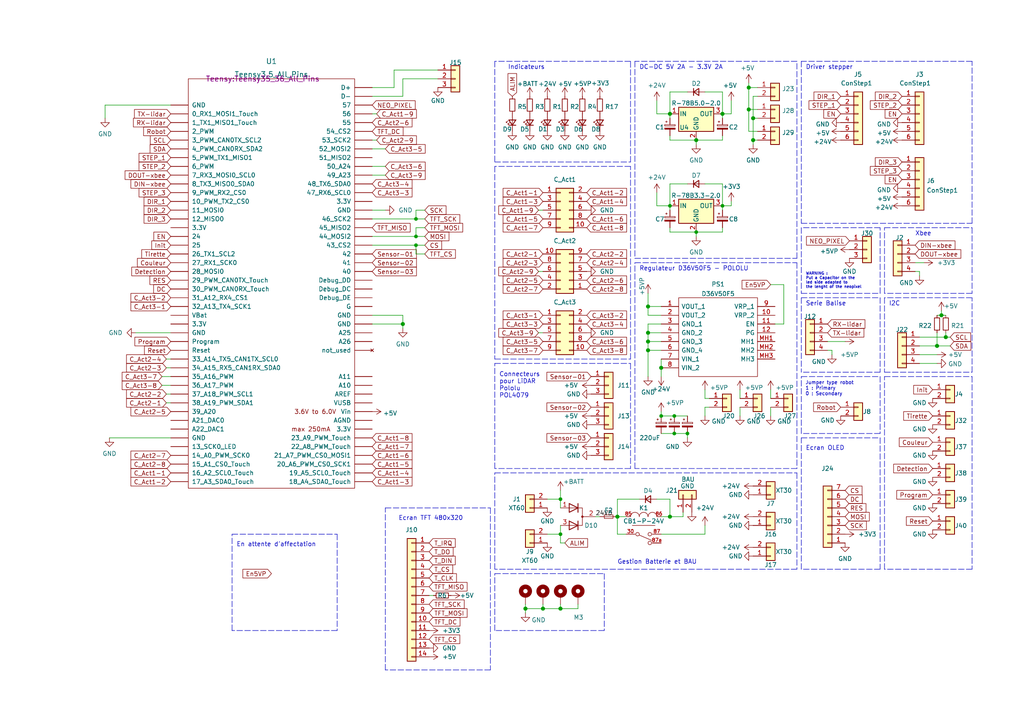
<source format=kicad_sch>
(kicad_sch (version 20211123) (generator eeschema)
  (paper "A4")
  (junction (at 194.31 59.69))
  (junction (at 187.96 99.06) (diameter 1.016))
  (junction (at 187.96 88.9) (diameter 1.016))
  (junction (at 218.44 34.29) (diameter 1.016))
  (junction (at 162.56 144.78))
  (junction (at 271.78 100.33) (diameter 1.016))
  (junction (at 120.65 71.12))
  (junction (at 218.44 40.64) (diameter 1.016))
  (junction (at 273.05 91.44) (diameter 1.016))
  (junction (at 201.93 67.31))
  (junction (at 116.84 93.98) (diameter 1.016))
  (junction (at 120.65 68.58))
  (junction (at 191.77 120.65))
  (junction (at 217.17 31.75) (diameter 1.016))
  (junction (at 191.77 106.68) (diameter 1.016))
  (junction (at 195.58 125.73))
  (junction (at 217.17 25.4) (diameter 1.016))
  (junction (at 194.31 33.02) (diameter 1.016))
  (junction (at 179.07 149.86) (diameter 1.016))
  (junction (at 194.31 149.86) (diameter 1.016))
  (junction (at 162.56 176.53) (diameter 1.016))
  (junction (at 157.48 176.53) (diameter 1.016))
  (junction (at 209.55 59.69))
  (junction (at 187.96 101.6) (diameter 1.016))
  (junction (at 209.55 33.02) (diameter 1.016))
  (junction (at 195.58 120.65))
  (junction (at 199.39 125.73))
  (junction (at 201.93 40.64) (diameter 1.016))
  (junction (at 120.65 63.5))
  (junction (at 187.96 96.52) (diameter 1.016))
  (junction (at 152.4 176.53) (diameter 1.016))
  (junction (at 162.56 154.94))
  (junction (at 274.32 97.79) (diameter 1.016))
  (polyline (pts (xy 281.94 109.22) (xy 281.94 165.1)) (stroke (width 0) (type dash)))
  (wire (pts (xy 204.47 26.67) (xy 209.55 26.67)))
  (wire (pts (xy 209.55 26.67) (xy 209.55 33.02)))
  (polyline (pts (xy 143.51 105.41) (xy 182.88 105.41)) (stroke (width 0) (type dash)))
  (wire (pts (xy 107.95 93.98) (xy 116.84 93.98)))
  (wire (pts (xy 209.55 67.31) (xy 209.55 66.04)))
  (wire (pts (xy 48.26 104.14) (xy 49.53 104.14)))
  (wire (pts (xy 209.55 33.02) (xy 209.55 34.29)))
  (wire (pts (xy 190.5 29.21) (xy 190.5 33.02)))
  (polyline (pts (xy 111.76 147.32) (xy 142.24 147.32)) (stroke (width 0) (type dash)))
  (wire (pts (xy 39.37 96.52) (xy 49.53 96.52)))
  (polyline (pts (xy 111.76 194.31) (xy 111.76 147.32)) (stroke (width 0) (type dash)))
  (wire (pts (xy 179.07 154.94) (xy 181.61 154.94)))
  (wire (pts (xy 209.55 59.69) (xy 209.55 60.96)))
  (wire (pts (xy 120.65 60.96) (xy 120.65 63.5)))
  (wire (pts (xy 109.22 40.64) (xy 107.95 40.64)))
  (polyline (pts (xy 231.14 135.89) (xy 184.15 135.89)) (stroke (width 0) (type dash)))
  (wire (pts (xy 187.96 93.98) (xy 191.77 93.98)))
  (wire (pts (xy 187.96 96.52) (xy 187.96 93.98)))
  (wire (pts (xy 187.96 99.06) (xy 187.96 96.52)))
  (wire (pts (xy 187.96 101.6) (xy 187.96 99.06)))
  (wire (pts (xy 187.96 109.22) (xy 187.96 101.6)))
  (wire (pts (xy 191.77 125.73) (xy 195.58 125.73)))
  (wire (pts (xy 195.58 120.65) (xy 199.39 120.65)))
  (wire (pts (xy 187.96 96.52) (xy 191.77 96.52)))
  (polyline (pts (xy 255.27 125.73) (xy 232.41 125.73)) (stroke (width 0) (type dash)))
  (polyline (pts (xy 175.26 182.88) (xy 143.51 182.88)) (stroke (width 0) (type dash)))
  (wire (pts (xy 123.19 63.5) (xy 120.65 63.5)))
  (wire (pts (xy 223.52 113.03) (xy 223.52 115.57)))
  (wire (pts (xy 271.78 100.33) (xy 275.59 100.33)))
  (wire (pts (xy 116.84 95.25) (xy 116.84 93.98)))
  (polyline (pts (xy 231.14 76.2) (xy 231.14 135.89)) (stroke (width 0) (type dash)))
  (polyline (pts (xy 143.51 48.26) (xy 143.51 104.14)) (stroke (width 0) (type dash)))
  (wire (pts (xy 187.96 99.06) (xy 191.77 99.06)))
  (wire (pts (xy 191.77 120.65) (xy 195.58 120.65)))
  (wire (pts (xy 158.75 154.94) (xy 162.56 154.94)))
  (wire (pts (xy 266.7 102.87) (xy 271.78 102.87)))
  (wire (pts (xy 214.63 118.11) (xy 214.63 120.65)))
  (polyline (pts (xy 182.88 105.41) (xy 182.88 135.89)) (stroke (width 0) (type dash)))
  (wire (pts (xy 194.31 66.04) (xy 194.31 67.31)))
  (wire (pts (xy 46.99 109.22) (xy 49.53 109.22)))
  (wire (pts (xy 48.26 116.84) (xy 49.53 116.84)))
  (wire (pts (xy 274.32 96.52) (xy 274.32 97.79)))
  (wire (pts (xy 162.56 175.26) (xy 162.56 176.53)))
  (polyline (pts (xy 232.41 125.73) (xy 232.41 109.22)) (stroke (width 0) (type dash)))
  (wire (pts (xy 217.17 25.4) (xy 217.17 24.13)))
  (wire (pts (xy 219.71 25.4) (xy 217.17 25.4)))
  (wire (pts (xy 191.77 154.94) (xy 204.47 154.94)))
  (wire (pts (xy 204.47 120.65) (xy 204.47 118.11)))
  (wire (pts (xy 204.47 118.11) (xy 205.74 118.11)))
  (wire (pts (xy 212.09 59.69) (xy 209.55 59.69)))
  (wire (pts (xy 114.3 20.32) (xy 127 20.32)))
  (wire (pts (xy 223.52 118.11) (xy 223.52 120.65)))
  (wire (pts (xy 198.12 148.59) (xy 198.12 149.86)))
  (wire (pts (xy 198.12 149.86) (xy 194.31 149.86)))
  (wire (pts (xy 116.84 27.94) (xy 116.84 22.86)))
  (wire (pts (xy 194.31 33.02) (xy 194.31 34.29)))
  (wire (pts (xy 191.77 119.38) (xy 191.77 120.65)))
  (wire (pts (xy 109.22 33.02) (xy 107.95 33.02)))
  (wire (pts (xy 194.31 39.37) (xy 194.31 40.64)))
  (wire (pts (xy 194.31 40.64) (xy 201.93 40.64)))
  (polyline (pts (xy 182.88 135.89) (xy 143.51 135.89)) (stroke (width 0) (type dash)))
  (wire (pts (xy 116.84 22.86) (xy 127 22.86)))
  (polyline (pts (xy 67.31 182.88) (xy 67.31 154.94)) (stroke (width 0) (type dash)))
  (wire (pts (xy 195.58 125.73) (xy 199.39 125.73)))
  (wire (pts (xy 194.31 67.31) (xy 201.93 67.31)))
  (wire (pts (xy 209.55 53.34) (xy 209.55 59.69)))
  (polyline (pts (xy 255.27 85.09) (xy 255.27 66.04)) (stroke (width 0) (type dash)))
  (polyline (pts (xy 232.41 109.22) (xy 255.27 109.22)) (stroke (width 0) (type dash)))
  (polyline (pts (xy 232.41 127) (xy 255.27 127)) (stroke (width 0) (type dash)))
  (wire (pts (xy 218.44 40.64) (xy 219.71 40.64)))
  (wire (pts (xy 120.65 68.58) (xy 107.95 68.58)))
  (polyline (pts (xy 143.51 166.37) (xy 175.26 166.37)) (stroke (width 0) (type dash)))
  (polyline (pts (xy 143.51 135.89) (xy 143.51 105.41)) (stroke (width 0) (type dash)))
  (wire (pts (xy 157.48 175.26) (xy 157.48 176.53)))
  (polyline (pts (xy 256.54 85.09) (xy 256.54 66.04)) (stroke (width 0) (type dash)))
  (wire (pts (xy 111.76 43.18) (xy 107.95 43.18)))
  (polyline (pts (xy 232.41 165.1) (xy 232.41 127)) (stroke (width 0) (type dash)))
  (wire (pts (xy 266.7 105.41) (xy 271.78 105.41)))
  (wire (pts (xy 204.47 115.57) (xy 204.47 113.03)))
  (wire (pts (xy 205.74 115.57) (xy 204.47 115.57)))
  (polyline (pts (xy 182.88 46.99) (xy 182.88 17.78)) (stroke (width 0) (type dash)))
  (wire (pts (xy 173.99 149.86) (xy 172.72 149.86)))
  (wire (pts (xy 201.93 67.31) (xy 201.93 68.58)))
  (wire (pts (xy 123.19 66.04) (xy 120.65 66.04)))
  (wire (pts (xy 219.71 38.1) (xy 217.17 38.1)))
  (wire (pts (xy 217.17 38.1) (xy 217.17 31.75)))
  (polyline (pts (xy 184.15 135.89) (xy 184.15 76.2)) (stroke (width 0) (type dash)))
  (wire (pts (xy 201.93 40.64) (xy 201.93 41.91)))
  (polyline (pts (xy 142.24 194.31) (xy 111.76 194.31)) (stroke (width 0) (type dash)))
  (wire (pts (xy 273.05 90.17) (xy 273.05 91.44)))
  (polyline (pts (xy 256.54 66.04) (xy 281.94 66.04)) (stroke (width 0) (type dash)))
  (polyline (pts (xy 232.41 85.09) (xy 255.27 85.09)) (stroke (width 0) (type dash)))
  (wire (pts (xy 179.07 154.94) (xy 179.07 149.86)))
  (wire (pts (xy 212.09 58.42) (xy 212.09 59.69)))
  (wire (pts (xy 107.95 27.94) (xy 116.84 27.94)))
  (wire (pts (xy 114.3 25.4) (xy 114.3 20.32)))
  (wire (pts (xy 190.5 59.69) (xy 194.31 59.69)))
  (polyline (pts (xy 184.15 76.2) (xy 231.14 76.2)) (stroke (width 0) (type dash)))
  (wire (pts (xy 123.19 73.66) (xy 120.65 73.66)))
  (polyline (pts (xy 231.14 17.78) (xy 184.15 17.78)) (stroke (width 0) (type dash)))
  (polyline (pts (xy 231.14 74.93) (xy 231.14 17.78)) (stroke (width 0) (type dash)))
  (polyline (pts (xy 184.15 74.93) (xy 231.14 74.93)) (stroke (width 0) (type dash)))
  (polyline (pts (xy 184.15 17.78) (xy 184.15 74.93)) (stroke (width 0) (type dash)))
  (wire (pts (xy 201.93 67.31) (xy 209.55 67.31)))
  (wire (pts (xy 199.39 53.34) (xy 194.31 53.34)))
  (wire (pts (xy 107.95 91.44) (xy 116.84 91.44)))
  (wire (pts (xy 116.84 91.44) (xy 116.84 93.98)))
  (wire (pts (xy 266.7 78.74) (xy 266.7 80.01)))
  (wire (pts (xy 187.96 91.44) (xy 187.96 88.9)))
  (wire (pts (xy 191.77 91.44) (xy 187.96 91.44)))
  (wire (pts (xy 30.48 30.48) (xy 49.53 30.48)))
  (wire (pts (xy 240.03 99.06) (xy 245.11 99.06)))
  (wire (pts (xy 120.65 73.66) (xy 120.65 71.12)))
  (wire (pts (xy 107.95 71.12) (xy 120.65 71.12)))
  (wire (pts (xy 218.44 34.29) (xy 219.71 34.29)))
  (wire (pts (xy 107.95 25.4) (xy 114.3 25.4)))
  (polyline (pts (xy 142.24 147.32) (xy 142.24 194.31)) (stroke (width 0) (type dash)))
  (wire (pts (xy 162.56 144.78) (xy 162.56 147.32)))
  (wire (pts (xy 46.99 111.76) (xy 49.53 111.76)))
  (wire (pts (xy 190.5 33.02) (xy 194.31 33.02)))
  (wire (pts (xy 194.31 53.34) (xy 194.31 59.69)))
  (wire (pts (xy 209.55 39.37) (xy 209.55 40.64)))
  (wire (pts (xy 209.55 40.64) (xy 201.93 40.64)))
  (polyline (pts (xy 232.41 86.36) (xy 232.41 107.95)) (stroke (width 0) (type dash)))
  (polyline (pts (xy 255.27 86.36) (xy 255.27 107.95)) (stroke (width 0) (type dash)))
  (polyline (pts (xy 232.41 86.36) (xy 255.27 86.36)) (stroke (width 0) (type dash)))
  (polyline (pts (xy 255.27 107.95) (xy 232.41 107.95)) (stroke (width 0) (type dash)))
  (wire (pts (xy 266.7 100.33) (xy 271.78 100.33)))
  (wire (pts (xy 31.75 127) (xy 49.53 127)))
  (wire (pts (xy 271.78 96.52) (xy 271.78 100.33)))
  (wire (pts (xy 190.5 144.78) (xy 194.31 144.78)))
  (wire (pts (xy 204.47 154.94) (xy 204.47 152.4)))
  (wire (pts (xy 187.96 88.9) (xy 187.96 85.09)))
  (wire (pts (xy 191.77 88.9) (xy 187.96 88.9)))
  (polyline (pts (xy 143.51 17.78) (xy 143.51 46.99)) (stroke (width 0) (type dash)))
  (polyline (pts (xy 67.31 154.94) (xy 97.79 154.94)) (stroke (width 0) (type dash)))
  (polyline (pts (xy 143.51 165.1) (xy 143.51 137.16)) (stroke (width 0) (type dash)))
  (polyline (pts (xy 231.14 137.16) (xy 231.14 165.1)) (stroke (width 0) (type dash)))
  (polyline (pts (xy 143.51 137.16) (xy 231.14 137.16)) (stroke (width 0) (type dash)))
  (polyline (pts (xy 231.14 165.1) (xy 143.51 165.1)) (stroke (width 0) (type dash)))
  (wire (pts (xy 111.76 50.8) (xy 107.95 50.8)))
  (polyline (pts (xy 182.88 48.26) (xy 143.51 48.26)) (stroke (width 0) (type dash)))
  (wire (pts (xy 271.78 91.44) (xy 273.05 91.44)))
  (wire (pts (xy 273.05 91.44) (xy 274.32 91.44)))
  (wire (pts (xy 162.56 154.94) (xy 162.56 152.4)))
  (wire (pts (xy 156.21 60.96) (xy 157.48 60.96)))
  (wire (pts (xy 123.19 60.96) (xy 120.65 60.96)))
  (wire (pts (xy 199.39 26.67) (xy 194.31 26.67)))
  (wire (pts (xy 194.31 26.67) (xy 194.31 33.02)))
  (wire (pts (xy 212.09 29.21) (xy 212.09 33.02)))
  (wire (pts (xy 212.09 33.02) (xy 209.55 33.02)))
  (wire (pts (xy 199.39 125.73) (xy 199.39 127)))
  (wire (pts (xy 181.61 149.86) (xy 179.07 149.86)))
  (wire (pts (xy 194.31 144.78) (xy 194.31 149.86)))
  (wire (pts (xy 125.73 172.72) (xy 124.46 172.72)))
  (wire (pts (xy 179.07 149.86) (xy 179.07 144.78)))
  (wire (pts (xy 179.07 144.78) (xy 185.42 144.78)))
  (polyline (pts (xy 255.27 66.04) (xy 232.41 66.04)) (stroke (width 0) (type dash)))
  (wire (pts (xy 123.19 68.58) (xy 120.65 68.58)))
  (polyline (pts (xy 143.51 104.14) (xy 182.88 104.14)) (stroke (width 0) (type dash)))
  (wire (pts (xy 217.17 31.75) (xy 217.17 25.4)))
  (wire (pts (xy 219.71 31.75) (xy 217.17 31.75)))
  (wire (pts (xy 240.03 101.6) (xy 241.3 101.6)))
  (wire (pts (xy 241.3 101.6) (xy 241.3 102.87)))
  (wire (pts (xy 120.65 66.04) (xy 120.65 68.58)))
  (wire (pts (xy 111.76 48.26) (xy 107.95 48.26)))
  (wire (pts (xy 48.26 114.3) (xy 49.53 114.3)))
  (polyline (pts (xy 255.27 127) (xy 255.27 165.1)) (stroke (width 0) (type dash)))
  (wire (pts (xy 190.5 55.88) (xy 190.5 59.69)))
  (wire (pts (xy 191.77 106.68) (xy 191.77 109.22)))
  (polyline (pts (xy 255.27 109.22) (xy 255.27 125.73)) (stroke (width 0) (type dash)))
  (wire (pts (xy 107.95 60.96) (xy 111.76 60.96)))
  (wire (pts (xy 162.56 142.24) (xy 162.56 144.78)))
  (polyline (pts (xy 281.94 165.1) (xy 256.54 165.1)) (stroke (width 0) (type dash)))
  (polyline (pts (xy 281.94 85.09) (xy 256.54 85.09)) (stroke (width 0) (type dash)))
  (wire (pts (xy 162.56 157.48) (xy 162.56 154.94)))
  (wire (pts (xy 48.26 106.68) (xy 49.53 106.68)))
  (wire (pts (xy 187.96 101.6) (xy 191.77 101.6)))
  (polyline (pts (xy 143.51 46.99) (xy 182.88 46.99)) (stroke (width 0) (type dash)))
  (polyline (pts (xy 232.41 66.04) (xy 232.41 85.09)) (stroke (width 0) (type dash)))
  (wire (pts (xy 265.43 76.2) (xy 267.97 76.2)))
  (wire (pts (xy 191.77 104.14) (xy 191.77 106.68)))
  (polyline (pts (xy 97.79 154.94) (xy 97.79 182.88)) (stroke (width 0) (type dash)))
  (wire (pts (xy 123.19 71.12) (xy 120.65 71.12)))
  (polyline (pts (xy 256.54 109.22) (xy 281.94 109.22)) (stroke (width 0) (type dash)))
  (polyline (pts (xy 281.94 66.04) (xy 281.94 85.09)) (stroke (width 0) (type dash)))
  (polyline (pts (xy 143.51 182.88) (xy 143.51 166.37)) (stroke (width 0) (type dash)))
  (polyline (pts (xy 182.88 104.14) (xy 182.88 48.26)) (stroke (width 0) (type dash)))
  (wire (pts (xy 194.31 59.69) (xy 194.31 60.96)))
  (wire (pts (xy 214.63 113.03) (xy 214.63 115.57)))
  (polyline (pts (xy 182.88 17.78) (xy 143.51 17.78)) (stroke (width 0) (type dash)))
  (polyline (pts (xy 255.27 165.1) (xy 232.41 165.1)) (stroke (width 0) (type dash)))
  (polyline (pts (xy 281.94 107.95) (xy 281.94 86.36)) (stroke (width 0) (type dash)))
  (polyline (pts (xy 256.54 107.95) (xy 281.94 107.95)) (stroke (width 0) (type dash)))
  (polyline (pts (xy 281.94 86.36) (xy 256.54 86.36)) (stroke (width 0) (type dash)))
  (polyline (pts (xy 256.54 86.36) (xy 256.54 107.95)) (stroke (width 0) (type dash)))
  (wire (pts (xy 274.32 97.79) (xy 275.59 97.79)))
  (wire (pts (xy 266.7 97.79) (xy 274.32 97.79)))
  (wire (pts (xy 265.43 78.74) (xy 266.7 78.74)))
  (polyline (pts (xy 232.41 17.78) (xy 232.41 64.77)) (stroke (width 0) (type dash)))
  (polyline (pts (xy 232.41 64.77) (xy 281.94 64.77)) (stroke (width 0) (type dash)))
  (polyline (pts (xy 281.94 64.77) (xy 281.94 17.78)) (stroke (width 0) (type dash)))
  (polyline (pts (xy 281.94 17.78) (xy 232.41 17.78)) (stroke (width 0) (type dash)))
  (polyline (pts (xy 175.26 166.37) (xy 175.26 182.88)) (stroke (width 0) (type dash)))
  (wire (pts (xy 156.21 96.52) (xy 157.48 96.52)))
  (wire (pts (xy 157.48 176.53) (xy 152.4 176.53)))
  (wire (pts (xy 167.64 175.26) (xy 167.64 176.53)))
  (wire (pts (xy 167.64 176.53) (xy 162.56 176.53)))
  (wire (pts (xy 162.56 176.53) (xy 157.48 176.53)))
  (wire (pts (xy 158.75 144.78) (xy 162.56 144.78)))
  (polyline (pts (xy 256.54 165.1) (xy 256.54 109.22)) (stroke (width 0) (type dash)))
  (wire (pts (xy 152.4 175.26) (xy 152.4 176.53)))
  (wire (pts (xy 152.4 176.53) (xy 152.4 177.8)))
  (wire (pts (xy 204.47 53.34) (xy 209.55 53.34)))
  (wire (pts (xy 163.83 157.48) (xy 162.56 157.48)))
  (polyline (pts (xy 97.79 182.88) (xy 67.31 182.88)) (stroke (width 0) (type dash)))
  (wire (pts (xy 191.77 149.86) (xy 194.31 149.86)))
  (wire (pts (xy 156.21 78.74) (xy 157.48 78.74)))
  (wire (pts (xy 218.44 27.94) (xy 218.44 34.29)))
  (wire (pts (xy 219.71 27.94) (xy 218.44 27.94)))
  (wire (pts (xy 218.44 34.29) (xy 218.44 40.64)))
  (wire (pts (xy 218.44 40.64) (xy 218.44 41.91)))
  (wire (pts (xy 120.65 63.5) (xy 107.95 63.5)))
  (wire (pts (xy 30.48 30.48) (xy 30.48 34.29)))
  (wire (pts (xy 224.79 93.98) (xy 227.33 93.98)))
  (wire (pts (xy 227.33 82.55) (xy 223.52 82.55)))
  (wire (pts (xy 227.33 93.98) (xy 227.33 82.55)))
  (text "Gestion Batterie et BAU" (at 179.07 163.83 0) (effects (font (size 1.27 1.27)) (justify left bottom)))
  (text "Ecran OLED" (at 233.68 130.81 0) (effects (font (size 1.27 1.27)) (justify left bottom)))
  (text "WARNING :\nPut a Capacitor on the \nled side adapted to \nthe lenght of the neopixel" (at 233.68 83.82 0) (effects (font (size 0.8 0.8)) (justify left bottom)))
  (text "Serie Balise" (at 233.68 88.9 0) (effects (font (size 1.27 1.27)) (justify left bottom)))
  (text "Connecteurs\npour LiDAR\nPololu\nPOL4079" (at 144.78 115.57 0) (effects (font (size 1.27 1.27)) (justify left bottom)))
  (text "Jumper type robot\n1 : Primary\n0 : Secondary" (at 233.5618 114.9408 0) (effects (font (size 1 1)) (justify left bottom)))
  (text "En attente d'affectation" (at 68.58 158.75 0) (effects (font (size 1.27 1.27)) (justify left bottom)))
  (text "Driver stepper" (at 233.68 20.32 0) (effects (font (size 1.27 1.27)) (justify left bottom)))
  (text "Xbee" (at 265.43 68.58 0) (effects (font (size 1.27 1.27)) (justify left bottom)))
  (text "Ecran TFT 480x320" (at 115.57 151.13 0) (effects (font (size 1.27 1.27)) (justify left bottom)))
  (text "DC-DC 5V 2A - 3.3V 2A" (at 185.42 20.32 0) (effects (font (size 1.27 1.27)) (justify left bottom)))
  (text "Regulateur D36V50F5 - POLOLU" (at 185.42 78.74 0) (effects (font (size 1.27 1.27)) (justify left bottom)))
  (text "Indicateurs" (at 147.32 20.32 0) (effects (font (size 1.27 1.27)) (justify left bottom)))
  (text "I2C" (at 257.81 88.9 0) (effects (font (size 1.27 1.27)) (justify left bottom)))
  (label "24VD" (at 172.72 149.86 0))
  (global_label "C_Act3-2" (shape input) (at 170.18 91.44 0) (property "Intersheet References" "${INTERSHEET_REFS}" (effects hide)))
  (global_label "C_Act2-3" (shape input) (at 48.26 106.68 180) (property "Intersheet References" "${INTERSHEET_REFS}" (effects hide)))
  (global_label "C_Act3-8" (shape input) (at 46.99 111.76 180) (property "Intersheet References" "${INTERSHEET_REFS}" (effects hide)))
  (global_label "RES" (shape input) (at 49.53 81.28 180) (property "Intersheet References" "${INTERSHEET_REFS}" (effects hide)))
  (global_label "C_Act2-7" (shape input) (at 49.53 132.08 180) (property "Intersheet References" "${INTERSHEET_REFS}" (effects hide)))
  (global_label "C_Act1-7" (shape input) (at 157.48 66.04 180) (property "Intersheet References" "${INTERSHEET_REFS}" (effects hide)))
  (global_label "DIR_3" (shape input) (at 261.62 46.99 180) (property "Intersheet References" "${INTERSHEET_REFS}" (effects hide)))
  (global_label "Init" (shape input) (at 49.53 71.12 180) (property "Intersheet References" "${INTERSHEET_REFS}" (effects hide)))
  (global_label "Program" (shape input) (at 49.53 99.06 180) (property "Intersheet References" "${INTERSHEET_REFS}" (effects hide)))
  (global_label "C_Act3-3" (shape input) (at 107.95 55.88 0) (property "Intersheet References" "${INTERSHEET_REFS}" (effects hide)))
  (global_label "C_Act2-5" (shape input) (at 157.48 81.28 180) (property "Intersheet References" "${INTERSHEET_REFS}" (effects hide)))
  (global_label "ALIM" (shape input) (at 163.83 157.48 0) (property "Intersheet References" "${INTERSHEET_REFS}" (effects hide)))
  (global_label "DOUT-xbee" (shape input) (at 265.43 73.66 0) (property "Intersheet References" "${INTERSHEET_REFS}" (effects hide)))
  (global_label "SCL" (shape input) (at 275.59 97.79 0) (property "Intersheet References" "${INTERSHEET_REFS}" (effects hide)))
  (global_label "DOUT-xbee" (shape input) (at 49.53 50.8 180) (property "Intersheet References" "${INTERSHEET_REFS}" (effects hide)))
  (global_label "Tirette" (shape input) (at 270.51 120.65 180) (property "Intersheet References" "${INTERSHEET_REFS}" (effects hide)))
  (global_label "SDA" (shape input) (at 49.53 43.18 180) (property "Intersheet References" "${INTERSHEET_REFS}" (effects hide)))
  (global_label "Detection" (shape input) (at 49.53 78.74 180) (property "Intersheet References" "${INTERSHEET_REFS}" (effects hide)))
  (global_label "STEP_2" (shape input) (at 49.53 48.26 180) (property "Intersheet References" "${INTERSHEET_REFS}" (effects hide)))
  (global_label "C_Act2-9" (shape input) (at 156.21 78.74 180) (property "Intersheet References" "${INTERSHEET_REFS}" (effects hide)))
  (global_label "SCL" (shape input) (at 49.53 40.64 180) (property "Intersheet References" "${INTERSHEET_REFS}" (effects hide)))
  (global_label "C_Act2-8" (shape input) (at 170.18 83.82 0) (property "Intersheet References" "${INTERSHEET_REFS}" (effects hide)))
  (global_label "CS" (shape input) (at 245.11 142.24 0) (property "Intersheet References" "${INTERSHEET_REFS}" (effects hide)))
  (global_label "Robot" (shape input) (at 243.84 118.11 180) (property "Intersheet References" "${INTERSHEET_REFS}" (effects hide)))
  (global_label "C_Act1-5" (shape input) (at 157.48 63.5 180) (property "Intersheet References" "${INTERSHEET_REFS}" (effects hide)))
  (global_label "Init" (shape input) (at 270.51 113.03 180) (property "Intersheet References" "${INTERSHEET_REFS}" (effects hide)))
  (global_label "C_Act2-2" (shape input) (at 48.26 114.3 180) (property "Intersheet References" "${INTERSHEET_REFS}" (effects hide)))
  (global_label "DIN-xbee" (shape input) (at 265.43 71.12 0) (property "Intersheet References" "${INTERSHEET_REFS}" (effects hide)))
  (global_label "MOSI" (shape input) (at 123.19 68.58 0) (property "Intersheet References" "${INTERSHEET_REFS}" (effects hide)))
  (global_label "C_Act2-8" (shape input) (at 49.53 134.62 180) (property "Intersheet References" "${INTERSHEET_REFS}" (effects hide)))
  (global_label "SCK" (shape input) (at 123.19 60.96 0) (property "Intersheet References" "${INTERSHEET_REFS}" (effects hide)))
  (global_label "SDA" (shape input) (at 275.59 100.33 0) (property "Intersheet References" "${INTERSHEET_REFS}" (effects hide)))
  (global_label "TFT_MOSI" (shape input) (at 123.19 66.04 0) (property "Intersheet References" "${INTERSHEET_REFS}" (effects hide)))
  (global_label "C_Act1-5" (shape input) (at 107.95 134.62 0) (property "Intersheet References" "${INTERSHEET_REFS}" (effects hide)))
  (global_label "RX-lidar" (shape input) (at 49.53 35.56 180) (property "Intersheet References" "${INTERSHEET_REFS}" (effects hide)))
  (global_label "Reset" (shape input) (at 270.51 151.13 180) (property "Intersheet References" "${INTERSHEET_REFS}" (effects hide)))
  (global_label "T_IRQ" (shape input) (at 124.46 157.48 0) (property "Intersheet References" "${INTERSHEET_REFS}" (effects hide)))
  (global_label "C_Act1-1" (shape input) (at 157.48 55.88 180) (property "Intersheet References" "${INTERSHEET_REFS}" (effects hide)))
  (global_label "RES" (shape input) (at 245.11 147.32 0) (property "Intersheet References" "${INTERSHEET_REFS}" (effects hide)))
  (global_label "DIR_3" (shape input) (at 49.53 63.5 180) (property "Intersheet References" "${INTERSHEET_REFS}" (effects hide)))
  (global_label "MOSI" (shape input) (at 245.11 149.86 0) (property "Intersheet References" "${INTERSHEET_REFS}" (effects hide)))
  (global_label "Sensor-01" (shape input) (at 171.45 109.22 180) (property "Intersheet References" "${INTERSHEET_REFS}" (effects hide)))
  (global_label "C_Act1-3" (shape input) (at 107.95 139.7 0) (property "Intersheet References" "${INTERSHEET_REFS}" (effects hide)))
  (global_label "C_Act2-7" (shape input) (at 157.48 83.82 180) (property "Intersheet References" "${INTERSHEET_REFS}" (effects hide)))
  (global_label "C_Act1-6" (shape input) (at 170.18 63.5 0) (property "Intersheet References" "${INTERSHEET_REFS}" (effects hide)))
  (global_label "STEP_1" (shape input) (at 243.84 30.48 180) (property "Intersheet References" "${INTERSHEET_REFS}" (effects hide)))
  (global_label "EN" (shape input) (at 49.53 68.58 180) (property "Intersheet References" "${INTERSHEET_REFS}" (effects hide)))
  (global_label "Couleur" (shape input) (at 49.53 76.2 180) (property "Intersheet References" "${INTERSHEET_REFS}" (effects hide)))
  (global_label "DIR_2" (shape input) (at 261.62 27.94 180) (property "Intersheet References" "${INTERSHEET_REFS}" (effects hide)))
  (global_label "TFT_MISO" (shape input) (at 124.46 170.18 0) (property "Intersheet References" "${INTERSHEET_REFS}" (effects hide)))
  (global_label "EN" (shape input) (at 243.84 33.02 180) (property "Intersheet References" "${INTERSHEET_REFS}" (effects hide)))
  (global_label "C_Act3-4" (shape input) (at 170.18 93.98 0) (property "Intersheet References" "${INTERSHEET_REFS}" (effects hide)))
  (global_label "C_Act1-3" (shape input) (at 157.48 58.42 180) (property "Intersheet References" "${INTERSHEET_REFS}" (effects hide)))
  (global_label "C_Act3-5" (shape input) (at 157.48 99.06 180) (property "Intersheet References" "${INTERSHEET_REFS}" (effects hide)))
  (global_label "C_Act1-9" (shape input) (at 156.21 60.96 180) (property "Intersheet References" "${INTERSHEET_REFS}" (effects hide)))
  (global_label "STEP_3" (shape input) (at 261.62 49.53 180) (property "Intersheet References" "${INTERSHEET_REFS}" (effects hide)))
  (global_label "C_Act1-4" (shape input) (at 170.18 58.42 0) (property "Intersheet References" "${INTERSHEET_REFS}" (effects hide)))
  (global_label "C_Act3-9" (shape input) (at 111.76 50.8 0) (property "Intersheet References" "${INTERSHEET_REFS}" (effects hide)))
  (global_label "C_Act2-4" (shape input) (at 170.18 76.2 0) (property "Intersheet References" "${INTERSHEET_REFS}" (effects hide)))
  (global_label "TFT_SCK" (shape input) (at 124.46 175.26 0) (property "Intersheet References" "${INTERSHEET_REFS}" (effects hide)))
  (global_label "CS" (shape input) (at 123.19 71.12 0) (property "Intersheet References" "${INTERSHEET_REFS}" (effects hide)))
  (global_label "C_Act3-4" (shape input) (at 107.95 53.34 0) (property "Intersheet References" "${INTERSHEET_REFS}" (effects hide)))
  (global_label "TFT_DC" (shape input) (at 124.46 180.34 0) (property "Intersheet References" "${INTERSHEET_REFS}" (effects hide)))
  (global_label "DIR_1" (shape input) (at 49.53 58.42 180) (property "Intersheet References" "${INTERSHEET_REFS}" (effects hide)))
  (global_label "Sensor-02" (shape input) (at 107.95 76.2 0) (property "Intersheet References" "${INTERSHEET_REFS}" (effects hide)))
  (global_label "T_CS" (shape input) (at 124.46 165.1 0) (property "Intersheet References" "${INTERSHEET_REFS}" (effects hide)))
  (global_label "Sensor-03" (shape input) (at 171.45 127 180) (property "Intersheet References" "${INTERSHEET_REFS}" (effects hide)))
  (global_label "Robot" (shape input) (at 49.53 38.1 180) (property "Intersheet References" "${INTERSHEET_REFS}" (effects hide)))
  (global_label "C_Act1-8" (shape input) (at 170.18 66.04 0) (property "Intersheet References" "${INTERSHEET_REFS}" (effects hide)))
  (global_label "TFT_DC" (shape input) (at 107.95 38.1 0) (property "Intersheet References" "${INTERSHEET_REFS}" (effects hide)))
  (global_label "C_Act3-6" (shape input) (at 170.18 99.06 0) (property "Intersheet References" "${INTERSHEET_REFS}" (effects hide)))
  (global_label "DIN-xbee" (shape input) (at 49.53 53.34 180) (property "Intersheet References" "${INTERSHEET_REFS}" (effects hide)))
  (global_label "C_Act1-7" (shape input) (at 107.95 129.54 0) (property "Intersheet References" "${INTERSHEET_REFS}" (effects hide)))
  (global_label "Detection" (shape input) (at 270.51 135.89 180) (property "Intersheet References" "${INTERSHEET_REFS}" (effects hide)))
  (global_label "TX-lidar" (shape input) (at 49.53 33.02 180) (property "Intersheet References" "${INTERSHEET_REFS}" (effects hide)))
  (global_label "DC" (shape input) (at 49.53 83.82 180) (property "Intersheet References" "${INTERSHEET_REFS}" (effects hide)))
  (global_label "TFT_CS" (shape input) (at 124.46 185.42 0) (property "Intersheet References" "${INTERSHEET_REFS}" (effects hide)))
  (global_label "Reset" (shape input) (at 49.53 101.6 180) (property "Intersheet References" "${INTERSHEET_REFS}" (effects hide)))
  (global_label "STEP_2" (shape input) (at 261.62 30.48 180) (property "Intersheet References" "${INTERSHEET_REFS}" (effects hide)))
  (global_label "STEP_1" (shape input) (at 49.53 45.72 180) (property "Intersheet References" "${INTERSHEET_REFS}" (effects hide)))
  (global_label "SCK" (shape input) (at 245.11 152.4 0) (property "Intersheet References" "${INTERSHEET_REFS}" (effects hide)))
  (global_label "DIR_2" (shape input) (at 49.53 60.96 180) (property "Intersheet References" "${INTERSHEET_REFS}" (effects hide)))
  (global_label "Program" (shape input) (at 270.51 143.51 180) (property "Intersheet References" "${INTERSHEET_REFS}" (effects hide)))
  (global_label "C_Act3-6" (shape input) (at 111.76 48.26 0) (property "Intersheet References" "${INTERSHEET_REFS}" (effects hide)))
  (global_label "NEO_PIXEL" (shape input) (at 246.38 69.85 180) (property "Intersheet References" "${INTERSHEET_REFS}" (effects hide)))
  (global_label "STEP_3" (shape input) (at 49.53 55.88 180) (property "Intersheet References" "${INTERSHEET_REFS}" (effects hide)))
  (global_label "C_Act1-4" (shape input) (at 107.95 137.16 0) (property "Intersheet References" "${INTERSHEET_REFS}" (effects hide)))
  (global_label "C_Act1-6" (shape input) (at 107.95 132.08 0) (property "Intersheet References" "${INTERSHEET_REFS}" (effects hide)))
  (global_label "C_Act3-7" (shape input) (at 46.99 109.22 180) (property "Intersheet References" "${INTERSHEET_REFS}" (effects hide)))
  (global_label "C_Act2-3" (shape input) (at 157.48 76.2 180) (property "Intersheet References" "${INTERSHEET_REFS}" (effects hide)))
  (global_label "C_Act2-4" (shape input) (at 48.26 104.14 180) (property "Intersheet References" "${INTERSHEET_REFS}" (effects hide)))
  (global_label "C_Act3-1" (shape input) (at 49.53 88.9 180) (property "Intersheet References" "${INTERSHEET_REFS}" (effects hide)))
  (global_label "C_Act1-9" (shape input) (at 109.22 33.02 0) (property "Intersheet References" "${INTERSHEET_REFS}" (effects hide)))
  (global_label "Sensor-01" (shape input) (at 107.95 73.66 0) (property "Intersheet References" "${INTERSHEET_REFS}" (effects hide)))
  (global_label "T_DIN" (shape input) (at 124.46 162.56 0) (property "Intersheet References" "${INTERSHEET_REFS}" (effects hide)))
  (global_label "TFT_MISO" (shape input) (at 107.95 66.04 0) (property "Intersheet References" "${INTERSHEET_REFS}" (effects hide)))
  (global_label "C_Act1-2" (shape input) (at 49.53 139.7 180) (property "Intersheet References" "${INTERSHEET_REFS}" (effects hide)))
  (global_label "C_Act3-7" (shape input) (at 157.48 101.6 180) (property "Intersheet References" "${INTERSHEET_REFS}" (effects hide)))
  (global_label "T_CLK" (shape input) (at 124.46 167.64 0) (property "Intersheet References" "${INTERSHEET_REFS}" (effects hide)))
  (global_label "RX-lidar" (shape input) (at 240.03 93.98 0) (property "Intersheet References" "${INTERSHEET_REFS}" (effects hide)))
  (global_label "DIR_1" (shape input) (at 243.84 27.94 180) (property "Intersheet References" "${INTERSHEET_REFS}" (effects hide)))
  (global_label "Sensor-02" (shape input) (at 171.45 118.11 180) (property "Intersheet References" "${INTERSHEET_REFS}" (effects hide)))
  (global_label "TFT_SCK" (shape input) (at 123.19 63.5 0) (property "Intersheet References" "${INTERSHEET_REFS}" (effects hide)))
  (global_label "Couleur" (shape input) (at 270.51 128.27 180) (property "Intersheet References" "${INTERSHEET_REFS}" (effects hide)))
  (global_label "C_Act3-2" (shape input) (at 49.53 86.36 180) (property "Intersheet References" "${INTERSHEET_REFS}" (effects hide)))
  (global_label "C_Act1-2" (shape input) (at 170.18 55.88 0) (property "Intersheet References" "${INTERSHEET_REFS}" (effects hide)))
  (global_label "C_Act1-8" (shape input) (at 107.95 127 0) (property "Intersheet References" "${INTERSHEET_REFS}" (effects hide)))
  (global_label "En5VP" (shape input) (at 223.52 82.55 180) (property "Intersheet References" "${INTERSHEET_REFS}" (effects hide)))
  (global_label "C_Act3-3" (shape input) (at 157.48 93.98 180) (property "Intersheet References" "${INTERSHEET_REFS}" (effects hide)))
  (global_label "TX-lidar" (shape input) (at 240.03 96.52 0) (property "Intersheet References" "${INTERSHEET_REFS}" (effects hide)))
  (global_label "EN" (shape input) (at 261.62 52.07 180) (property "Intersheet References" "${INTERSHEET_REFS}" (effects hide)))
  (global_label "C_Act2-2" (shape input) (at 170.18 73.66 0) (property "Intersheet References" "${INTERSHEET_REFS}" (effects hide)))
  (global_label "EN" (shape input) (at 261.62 33.02 180) (property "Intersheet References" "${INTERSHEET_REFS}" (effects hide)))
  (global_label "C_Act3-5" (shape input) (at 111.76 43.18 0) (property "Intersheet References" "${INTERSHEET_REFS}" (effects hide)))
  (global_label "C_Act1-1" (shape input) (at 49.53 137.16 180) (property "Intersheet References" "${INTERSHEET_REFS}" (effects hide)))
  (global_label "DC" (shape input) (at 245.11 144.78 0) (property "Intersheet References" "${INTERSHEET_REFS}" (effects hide)))
  (global_label "En5VP" (shape input) (at 78.74 166.37 180) (property "Intersheet References" "${INTERSHEET_REFS}" (effects hide)))
  (global_label "C_Act2-6" (shape input) (at 170.18 81.28 0) (property "Intersheet References" "${INTERSHEET_REFS}" (effects hide)))
  (global_label "C_Act2-5" (shape input) (at 49.53 119.38 180) (property "Intersheet References" "${INTERSHEET_REFS}" (effects hide)))
  (global_label "Sensor-03" (shape input) (at 107.95 78.74 0) (property "Intersheet References" "${INTERSHEET_REFS}" (effects hide)))
  (global_label "Tirette" (shape input) (at 49.53 73.66 180) (property "Intersheet References" "${INTERSHEET_REFS}" (effects hide)))
  (global_label "TFT_MOSI" (shape input) (at 124.46 177.8 0) (property "Intersheet References" "${INTERSHEET_REFS}" (effects hide)))
  (global_label "NEO_PIXEL" (shape input) (at 107.95 30.48 0) (property "Intersheet References" "${INTERSHEET_REFS}" (effects hide)))
  (global_label "C_Act2-1" (shape input) (at 48.26 116.84 180) (property "Intersheet References" "${INTERSHEET_REFS}" (effects hide)))
  (global_label "C_Act2-9" (shape input) (at 109.22 40.64 0) (property "Intersheet References" "${INTERSHEET_REFS}" (effects hide)))
  (global_label "C_Act3-8" (shape input) (at 170.18 101.6 0) (property "Intersheet References" "${INTERSHEET_REFS}" (effects hide)))
  (global_label "C_Act3-1" (shape input) (at 157.48 91.44 180) (property "Intersheet References" "${INTERSHEET_REFS}" (effects hide)))
  (global_label "C_Act2-1" (shape input) (at 157.48 73.66 180) (property "Intersheet References" "${INTERSHEET_REFS}" (effects hide)))
  (global_label "ALIM" (shape input) (at 148.59 27.94 90) (property "Intersheet References" "${INTERSHEET_REFS}" (effects hide)))
  (global_label "T_DO" (shape input) (at 124.46 160.02 0) (property "Intersheet References" "${INTERSHEET_REFS}" (effects hide)))
  (global_label "TFT_CS" (shape input) (at 123.19 73.66 0) (property "Intersheet References" "${INTERSHEET_REFS}" (effects hide)))
  (global_label "C_Act3-9" (shape input) (at 156.21 96.52 180) (property "Intersheet References" "${INTERSHEET_REFS}" (effects hide)))
  (global_label "C_Act2-6" (shape input) (at 107.95 35.56 0) (property "Intersheet References" "${INTERSHEET_REFS}" (effects hide)))
  (symbol (lib_id "Connector_Generic:Conn_01x02") (at 153.67 157.48 180) (unit 1)
    (property "Reference" "J9" (at 153.67 160.02 0))
    (property "Value" "XT60" (at 153.67 162.56 0))
    (property "Footprint" "Connector_AMASS:AMASS_XT60-M_1x02_P7.20mm_Vertical" (effects hide))
  )
  (symbol (lib_id "power:GND") (at 171.45 123.19 270) (unit 1)
    (property "Reference" "#PWR0148" (effects hide))
    (property "Value" "GND" (at 166.37 123.19 90))
  )
  (symbol (lib_id "Connector_Generic:Conn_01x06") (at 266.7 33.02 0) (unit 1)
    (property "Reference" "J3" (at 266.7 21.59 0))
    (property "Value" "ConStep1" (at 265.43 24.13 0))
    (property "Footprint" "Connector_Molex:Molex_KK-254_AE-6410-06A_1x06_P2.54mm_Vertical" (effects hide))
  )
  (symbol (lib_id "power:GND") (at 173.99 38.1 0) (unit 1)
    (property "Reference" "#PWR0178" (effects hide))
    (property "Value" "GND" (at 173.99 42.6626 0))
  )
  (symbol (lib_id "Connector_Generic:Conn_01x02") (at 228.6 115.57 0) (unit 1)
    (property "Reference" "J27" (at 227.33 120.65 0) (effects (justify left)))
    (property "Value" "BAU" (effects hide))
    (property "Footprint" "Connector_Molex:Molex_KK-396_A-41791-0002_1x02_P3.96mm_Vertical" (effects hide))
  )
  (symbol (lib_id "power:+24V") (at 158.75 27.94 0) (unit 1)
    (property "Reference" "#PWR0152" (effects hide))
    (property "Value" "+24V" (at 158.75 24.3354 0))
  )
  (symbol (lib_id "power:GND") (at 218.44 41.91 0) (unit 1)
    (property "Reference" "#PWR0137" (effects hide))
    (property "Value" "GND" (at 218.44 46.4726 0))
  )
  (symbol (lib_id "power:GND") (at 163.83 38.1 0) (unit 1)
    (property "Reference" "#PWR0151" (effects hide))
    (property "Value" "GND" (at 163.83 42.6626 0))
  )
  (symbol (lib_id "Device:LED_Small") (at 163.83 35.56 90) (unit 1)
    (property "Reference" "D3" (at 161.1577 37.4767 90) (effects (justify right)))
    (property "Value" "LED_Small" (effects hide))
    (property "Footprint" "LED_SMD:LED_1206_3216Metric_Pad1.42x1.75mm_HandSolder" (effects hide))
  )
  (symbol (lib_id "power:+5V") (at 171.45 120.65 90) (unit 1)
    (property "Reference" "#PWR0102" (effects hide))
    (property "Value" "+5V" (at 167.64 120.6499 90) (effects (justify left)))
  )
  (symbol (lib_id "power:+5V") (at 124.46 190.5 270) (unit 1)
    (property "Reference" "#PWR0182" (effects hide))
    (property "Value" "+5V" (at 128.27 190.4999 90) (effects (justify left)))
  )
  (symbol (lib_id "Connector_Generic:Conn_01x03") (at 132.08 22.86 0) (unit 1)
    (property "Reference" "J15" (at 130.3021 18.1415 0) (effects (justify left)))
    (property "Value" "Conn_01x03" (effects hide))
    (property "Footprint" "Connector_Molex:Molex_KK-254_AE-6410-03A_1x03_P2.54mm_Vertical" (effects hide))
  )
  (symbol (lib_id "power:+5VP") (at 246.38 72.39 90) (unit 1)
    (property "Reference" "#PWR0154" (effects hide))
    (property "Value" "+5VP" (at 243.205 72.869 90) (effects (justify left)))
  )
  (symbol (lib_id "power:GND") (at 200.66 148.59 0) (unit 1)
    (property "Reference" "#PWR0143" (effects hide))
    (property "Value" "GND" (at 199.39 140.97 0))
  )
  (symbol (lib_id "Connector_Generic:Conn_01x02") (at 224.79 38.1 0) (unit 1)
    (property "Reference" "J29" (at 226.8221 38.4615 0) (effects (justify left)))
    (property "Value" "Conn_01x02" (effects hide))
    (property "Footprint" "Connector_Molex:Molex_KK-254_AE-6410-02A_1x02_P2.54mm_Vertical" (effects hide))
  )
  (symbol (lib_id "Device:R_Small") (at 163.83 30.48 180) (unit 1)
    (property "Reference" "R2" (at 165.3287 30.959 0) (effects (justify right)))
    (property "Value" "R_Small" (effects hide))
    (property "Footprint" "Resistor_SMD:R_1206_3216Metric_Pad1.30x1.75mm_HandSolder" (effects hide))
  )
  (symbol (lib_id "power:GND") (at 158.75 38.1 0) (unit 1)
    (property "Reference" "#PWR0106" (effects hide))
    (property "Value" "GND" (at 158.75 42.6626 0))
  )
  (symbol (lib_id "Device:LED_Small") (at 158.75 35.56 90) (unit 1)
    (property "Reference" "D1" (at 156.0958 37.4111 90) (effects (justify right)))
    (property "Value" "LED_Small" (effects hide))
    (property "Footprint" "LED_SMD:LED_1206_3216Metric_Pad1.42x1.75mm_HandSolder" (effects hide))
  )
  (symbol (lib_id "CB1-P-24V:CB1-P-24V") (at 179.07 154.94 0) (mirror x) (unit 1)
    (property "Reference" "K1" (at 186.69 147.32 0))
    (property "Value" "CB1-P-24V" (at 186.69 151.13 0))
    (property "Footprint" "CB1-P-24V:Panasonic_Electric_Works-CB1-P-24V-MFG" (effects hide))
    (property "Datasheet" "https://b2b-api.panasonic.eu/file_stream/pids/fileversion/350" (effects hide))
    (property "ambient temperature range high" "+85°C" (effects hide))
    (property "ambient temperature range low" "-40°C" (effects hide))
    (property "automotive" "Yes" (effects hide))
    (property "category" "Relay" (effects hide))
    (property "coil current" "75mA" (effects hide))
    (property "coil power" "1.8W" (effects hide))
    (property "coil resistance" "320Ω" (effects hide))
    (property "coil type" "Non-Latching" (effects hide))
    (property "coil voltage" "24V" (effects hide))
    (property "current rating" "20A" (effects hide))
    (property "device class L1" "Electromechanical" (effects hide))
    (property "device class L2" "Relays" (effects hide))
    (property "device class L3" "Power Relays" (effects hide))
    (property "digikey description" "RELAY AUTOMOTIVE SPDT 20A 24V" (effects hide))
    (property "digikey part number" "255-1833-ND" (effects hide))
    (property "height" "26.4mm" (effects hide))
    (property "lead free" "Yes" (effects hide))
    (property "library id" "67c2ea28938e7459" (effects hide))
    (property "manufacturer" "Panasonic Electric Works" (effects hide))
    (property "mouser description" "Automotive Relays 20A 24VDC 1 FORM C SEALED PCB" (effects hide))
    (property "mouser part number" "769-CB1-P-24V" (effects hide))
    (property "number of contacts" "1" (effects hide))
    (property "package" "PTH_RELAY_26MM0_22MM0" (effects hide))
    (property "rohs" "Yes" (effects hide))
    (property "standoff height" "0.9mm" (effects hide))
    (property "switching current" "20A" (effects hide))
    (property "throw configuration" "SPDT" (effects hide))
  )
  (symbol (lib_id "power:GND") (at 270.51 146.05 0) (unit 1)
    (property "Reference" "#PWR0174" (effects hide))
    (property "Value" "GND" (at 266.7 147.32 0))
  )
  (symbol (lib_id "power:+24V") (at 204.47 152.4 0) (unit 1)
    (property "Reference" "#PWR0157" (effects hide))
    (property "Value" "+24V" (at 204.47 147.32 0))
  )
  (symbol (lib_id "power:GND") (at 270.51 130.81 0) (unit 1)
    (property "Reference" "#PWR0172" (effects hide))
    (property "Value" "GND" (at 266.7 132.08 0))
  )
  (symbol (lib_id "power:+5VP") (at 204.47 113.03 0) (unit 1)
    (property "Reference" "#PWR0163" (effects hide))
    (property "Value" "+5VP" (at 205.8671 112.4295 0) (effects (justify left)))
  )
  (symbol (lib_id "power:GND") (at 116.84 95.25 0) (unit 1)
    (property "Reference" "#PWR0121" (effects hide))
    (property "Value" "GND" (at 116.84 99.8126 0))
  )
  (symbol (lib_id "Device:LED_Small") (at 153.67 35.56 90) (unit 1)
    (property "Reference" "D5" (at 153.5436 37.4919 90) (effects (justify left)))
    (property "Value" "LED_Small" (effects hide))
    (property "Footprint" "LED_SMD:LED_1206_3216Metric_Pad1.42x1.75mm_HandSolder" (effects hide))
  )
  (symbol (lib_id "power:+5V") (at 261.62 38.1 90) (unit 1)
    (property "Reference" "#PWR0114" (effects hide))
    (property "Value" "+5V" (at 258.445 38.579 90) (effects (justify left)))
  )
  (symbol (lib_id "power:+24V") (at 218.44 140.97 90) (unit 1)
    (property "Reference" "#PWR0189" (effects hide))
    (property "Value" "+24V" (at 214.63 140.9699 90) (effects (justify left)))
  )
  (symbol (lib_id "Device:R_Small") (at 168.91 30.48 180) (unit 1)
    (property "Reference" "R4" (at 170.4087 30.959 0) (effects (justify right)))
    (property "Value" "R_Small" (effects hide))
    (property "Footprint" "Resistor_SMD:R_1206_3216Metric_Pad1.30x1.75mm_HandSolder" (effects hide))
  )
  (symbol (lib_id "Connector_Generic:Conn_01x02") (at 224.79 25.4 0) (unit 1)
    (property "Reference" "J23" (at 226.8221 25.7615 0) (effects (justify left)))
    (property "Value" "Conn_01x02" (effects hide))
    (property "Footprint" "Connector_Molex:Molex_KK-254_AE-6410-02A_1x02_P2.54mm_Vertical" (effects hide))
  )
  (symbol (lib_id "Connector_Generic:Conn_01x02") (at 198.12 143.51 90) (unit 1)
    (property "Reference" "J21" (at 193.04 142.24 90) (effects (justify right)))
    (property "Value" "BAU" (at 197.6121 139.036 90) (effects (justify right)))
    (property "Footprint" "Connector_Molex:Molex_KK-396_A-41791-0002_1x02_P3.96mm_Vertical" (effects hide))
  )
  (symbol (lib_id "power:+3V3") (at 124.46 182.88 270) (unit 1)
    (property "Reference" "#PWR0176" (effects hide))
    (property "Value" "+3V3" (at 128.27 182.8799 90) (effects (justify left)))
  )
  (symbol (lib_id "Mechanical:MountingHole_Pad") (at 152.4 172.72 0) (unit 1)
    (property "Reference" "H1" (effects hide))
    (property "Value" "M3" (effects hide))
    (property "Footprint" "MountingHole:MountingHole_3.2mm_M3_Pad_Via" (effects hide))
  )
  (symbol (lib_id "Device:LED_Small") (at 173.99 35.56 90) (unit 1)
    (property "Reference" "D8" (at 171.4825 37.4919 90) (effects (justify right)))
    (property "Value" "LED_Small" (effects hide))
    (property "Footprint" "LED_SMD:LED_1206_3216Metric_Pad1.42x1.75mm_HandSolder" (effects hide))
  )
  (symbol (lib_id "power:GND") (at 270.51 123.19 0) (unit 1)
    (property "Reference" "#PWR0164" (effects hide))
    (property "Value" "GND" (at 266.7 124.46 0))
  )
  (symbol (lib_id "teensy:Teensy3.5_All_Pins") (at 78.74 85.09 0) (unit 1)
    (property "Reference" "U1" (at 78.74 17.78 0) (effects (font (size 1.524 1.524))))
    (property "Value" "Teensy3.5_All_Pins" (at 78.74 21.59 0) (effects (font (size 1.524 1.524))))
    (property "Footprint" "Teensy:Teensy35_36_All_Pins" (at 76.2 22.86 0) (effects (font (size 1.524 1.524))))
    (property "Datasheet" "https://www.pjrc.com/teensy/card8a_rev2.pdf" (effects hide))
    (property "Pinouts" "https://www.pjrc.com/teensy/pinout.html" (effects hide))
  )
  (symbol (lib_id "power:GND") (at 170.18 60.96 90) (unit 1)
    (property "Reference" "#PWR0135" (effects hide))
    (property "Value" "GND" (at 173.99 60.9599 90) (effects (justify right)))
  )
  (symbol (lib_id "power:+5V") (at 107.95 119.38 270) (unit 1)
    (property "Reference" "#PWR0119" (effects hide))
    (property "Value" "+5V" (at 111.1251 119.859 90) (effects (justify left)))
  )
  (symbol (lib_id "power:+5VP") (at 187.96 85.09 0) (unit 1)
    (property "Reference" "#PWR0161" (effects hide))
    (property "Value" "+5VP" (at 186.211 85.725 90) (effects (justify left)))
  )
  (symbol (lib_id "power:GND") (at 246.38 74.93 0) (unit 1)
    (property "Reference" "#PWR0153" (effects hide))
    (property "Value" "GND" (at 246.38 78.74 0))
  )
  (symbol (lib_id "power:+24V") (at 218.44 158.75 90) (unit 1)
    (property "Reference" "#PWR0185" (effects hide))
    (property "Value" "+24V" (at 214.63 158.7499 90) (effects (justify left)))
  )
  (symbol (lib_id "Regulator_Switching:R-78B5.0-2.0") (at 201.93 33.02 0) (unit 1)
    (property "Reference" "U4" (at 198.4442 36.9867 0))
    (property "Value" "R-78B5.0-2.0" (at 201.93 29.9235 0))
    (property "Footprint" "Converter_DCDC:Converter_DCDC_RECOM_R-78B-2.0_THT" (effects hide))
    (property "Datasheet" "https://www.recom-power.com/pdf/Innoline/R-78Bxx-2.0.pdf" (effects hide))
  )
  (symbol (lib_id "Connector_Generic:Conn_01x04") (at 261.62 100.33 0) (mirror y) (unit 1)
    (property "Reference" "J22" (at 263.3979 95.6115 0) (effects (justify left)))
    (property "Value" "Conn_01x04" (effects hide))
    (property "Footprint" "Connector_Molex:Molex_KK-254_AE-6410-04A_1x04_P2.54mm_Vertical" (effects hide))
  )
  (symbol (lib_id "power:GND") (at 261.62 35.56 270) (unit 1)
    (property "Reference" "#PWR0112" (effects hide))
    (property "Value" "GND" (at 258.445 36.039 90) (effects (justify right)))
  )
  (symbol (lib_id "power:+5V") (at 261.62 57.15 90) (unit 1)
    (property "Reference" "#PWR0126" (effects hide))
    (property "Value" "+5V" (at 258.445 57.629 90) (effects (justify left)))
  )
  (symbol (lib_id "Mechanical:MountingHole_Pad") (at 162.56 172.72 0) (unit 1)
    (property "Reference" "H3" (effects hide))
    (property "Value" "M3" (effects hide))
    (property "Footprint" "MountingHole:MountingHole_3.2mm_M3_Pad_Via" (effects hide))
  )
  (symbol (lib_id "Connector_Generic:Conn_01x06") (at 248.92 33.02 0) (unit 1)
    (property "Reference" "J5" (at 247.65 21.59 0) (effects (justify left)))
    (property "Value" "ConStep1" (at 243.84 24.13 0) (effects (justify left)))
    (property "Footprint" "Connector_Molex:Molex_KK-254_AE-6410-06A_1x06_P2.54mm_Vertical" (effects hide))
  )
  (symbol (lib_id "power:GND") (at 111.76 60.96 90) (unit 1)
    (property "Reference" "#PWR0122" (effects hide))
    (property "Value" "GND" (at 115.57 60.9599 90) (effects (justify right)))
  )
  (symbol (lib_id "power:+5V") (at 273.05 90.17 0) (unit 1)
    (property "Reference" "#PWR0146" (effects hide))
    (property "Value" "+5V" (at 275.7894 88.7537 0))
  )
  (symbol (lib_id "Connector_Generic:Conn_01x03") (at 251.46 72.39 0) (unit 1)
    (property "Reference" "J30" (at 249.6821 67.6715 0) (effects (justify left)))
    (property "Value" "Conn_01x03" (effects hide))
    (property "Footprint" "Connector_Molex:Molex_KK-254_AE-6410-03A_1x03_P2.54mm_Vertical" (effects hide))
  )
  (symbol (lib_id "Connector_Generic:Conn_01x02") (at 248.92 118.11 0) (unit 1)
    (property "Reference" "J8" (at 251.46 119.38 0))
    (property "Value" "Conn_01x02" (effects hide))
    (property "Footprint" "Connector_PinHeader_2.54mm:PinHeader_1x02_P2.54mm_Vertical" (effects hide))
  )
  (symbol (lib_id "power:+5V") (at 171.45 129.54 90) (unit 1)
    (property "Reference" "#PWR0183" (effects hide))
    (property "Value" "+5V" (at 167.64 129.5399 90) (effects (justify left)))
  )
  (symbol (lib_id "Device:R_Small") (at 271.78 93.98 180) (unit 1)
    (property "Reference" "R22" (at 270.2813 94.459 0) (effects (justify left)))
    (property "Value" "R_Small" (effects hide))
    (property "Footprint" "Resistor_SMD:R_1206_3216Metric_Pad1.30x1.75mm_HandSolder" (effects hide))
  )
  (symbol (lib_id "power:GND") (at 199.39 127 0) (unit 1)
    (property "Reference" "#PWR0171" (effects hide))
    (property "Value" "GND" (at 193.04 129.54 0) (effects (justify left)))
  )
  (symbol (lib_id "power:GND") (at 218.44 161.29 270) (unit 1)
    (property "Reference" "#PWR0187" (effects hide))
    (property "Value" "GND" (at 213.36 161.29 90))
  )
  (symbol (lib_id "Device:R_Small") (at 128.27 172.72 270) (unit 1)
    (property "Reference" "R6" (at 128.27 172.72 90))
    (property "Value" "R_Small" (effects hide))
    (property "Footprint" "Resistor_SMD:R_1206_3216Metric_Pad1.30x1.75mm_HandSolder" (effects hide))
  )
  (symbol (lib_id "Device:D_Small") (at 187.96 144.78 0) (unit 1)
    (property "Reference" "D4" (at 187.96 142.3374 0))
    (property "Value" "D_Small" (effects hide))
    (property "Footprint" "Diode_SMD:D_SMA_Handsoldering" (effects hide))
  )
  (symbol (lib_id "power:+24V") (at 261.62 59.69 90) (unit 1)
    (property "Reference" "#PWR0117" (effects hide))
    (property "Value" "+24V" (at 253.7461 60.169 90) (effects (justify right)))
  )
  (symbol (lib_id "power:GND") (at 266.7 80.01 0) (unit 1)
    (property "Reference" "#PWR0118" (effects hide))
    (property "Value" "GND" (at 262.89 82.0326 0))
  )
  (symbol (lib_id "power:GND") (at 171.45 132.08 270) (unit 1)
    (property "Reference" "#PWR0167" (effects hide))
    (property "Value" "GND" (at 166.37 132.08 90))
  )
  (symbol (lib_id "power:GND") (at 152.4 177.8 0) (unit 1)
    (property "Reference" "#PWR0155" (effects hide))
    (property "Value" "GND" (at 156.21 179.8226 0))
  )
  (symbol (lib_id "Connector_Generic:Conn_01x02") (at 153.67 147.32 180) (unit 1)
    (property "Reference" "J1" (at 149.86 144.78 0))
    (property "Value" "XT60" (at 149.86 147.32 0))
    (property "Footprint" "Connector_AMASS:AMASS_XT60-M_1x02_P7.20mm_Vertical" (effects hide))
  )
  (symbol (lib_id "Connector_Generic:Conn_01x02") (at 275.59 135.89 0) (unit 1)
    (property "Reference" "J38" (at 278.7 137.2357 0))
    (property "Value" "Conn_01x02" (effects hide))
    (property "Footprint" "Connector_Molex:Molex_KK-254_AE-6410-02A_1x02_P2.54mm_Vertical" (effects hide))
  )
  (symbol (lib_id "power:GND") (at 31.75 127 0) (unit 1)
    (property "Reference" "#PWR0123" (effects hide))
    (property "Value" "GND" (at 31.75 131.5626 0))
  )
  (symbol (lib_id "power:+5VP") (at 223.52 113.03 0) (unit 1)
    (property "Reference" "#PWR0168" (effects hide))
    (property "Value" "+5VP" (at 224.9171 112.4295 0) (effects (justify left)))
  )
  (symbol (lib_id "power:+5V") (at 212.09 29.21 0) (unit 1)
    (property "Reference" "#PWR0103" (effects hide))
    (property "Value" "+5V" (at 209.6771 24.7995 0) (effects (justify left)))
  )
  (symbol (lib_id "Connector_Generic:Conn_01x04") (at 260.35 73.66 0) (mirror y) (unit 1)
    (property "Reference" "J2" (at 262.1279 68.9415 0) (effects (justify left)))
    (property "Value" "Conn_01x04" (effects hide))
    (property "Footprint" "Connector_Molex:Molex_KK-254_AE-6410-04A_1x04_P2.54mm_Vertical" (effects hide))
  )
  (symbol (lib_id "power:GND") (at 201.93 68.58 0) (unit 1)
    (property "Reference" "#PWR0156" (effects hide))
    (property "Value" "GND" (at 201.93 73.1426 0))
  )
  (symbol (lib_id "Connector_Generic:Conn_01x02") (at 223.52 161.29 0) (mirror x) (unit 1)
    (property "Reference" "J17" (at 223.52 163.83 0))
    (property "Value" "XT30" (at 227.33 160.02 0))
    (property "Footprint" "Connector_AMASS:AMASS_XT30UPB-F_1x02_P5.0mm_Vertical" (effects hide))
  )
  (symbol (lib_id "Connector_Generic:Conn_01x04") (at 234.95 96.52 0) (mirror y) (unit 1)
    (property "Reference" "J12" (at 236.7279 91.8015 0) (effects (justify left)))
    (property "Value" "Conn_01x04" (effects hide))
    (property "Footprint" "Connector_Molex:Molex_KK-254_AE-6410-04A_1x04_P2.54mm_Vertical" (effects hide))
  )
  (symbol (lib_id "power:GND") (at 153.67 38.1 0) (unit 1)
    (property "Reference" "#PWR0131" (effects hide))
    (property "Value" "GND" (at 153.67 42.6626 0))
  )
  (symbol (lib_id "power:+24V") (at 261.62 40.64 90) (unit 1)
    (property "Reference" "#PWR0113" (effects hide))
    (property "Value" "+24V" (at 253.7461 41.119 90) (effects (justify right)))
  )
  (symbol (lib_id "Connector_Generic:Conn_01x02") (at 224.79 31.75 0) (unit 1)
    (property "Reference" "J28" (at 226.8221 32.1115 0) (effects (justify left)))
    (property "Value" "Conn_01x02" (effects hide))
    (property "Footprint" "Connector_Molex:Molex_KK-254_AE-6410-02A_1x02_P2.54mm_Vertical" (effects hide))
  )
  (symbol (lib_id "Device:R_Small") (at 158.75 30.48 180) (unit 1)
    (property "Reference" "R1" (at 160.2487 30.959 0) (effects (justify right)))
    (property "Value" "R_Small" (effects hide))
    (property "Footprint" "Resistor_SMD:R_1206_3216Metric_Pad1.30x1.75mm_HandSolder" (effects hide))
  )
  (symbol (lib_id "Device:Fuse_Small") (at 176.53 149.86 0) (unit 1)
    (property "Reference" "F2" (at 176.53 148.0524 0))
    (property "Value" "Fuse_Small" (effects hide))
    (property "Footprint" "Fuse:Fuseholder_Blade_Mini_Keystone_3568" (effects hide))
  )
  (symbol (lib_id "power:+5V") (at 217.17 24.13 0) (unit 1)
    (property "Reference" "#PWR0145" (effects hide))
    (property "Value" "+5V" (at 214.7571 19.7195 0) (effects (justify left)))
  )
  (symbol (lib_id "Mechanical:MountingHole_Pad") (at 157.48 172.72 0) (unit 1)
    (property "Reference" "H2" (effects hide))
    (property "Value" "M3" (effects hide))
    (property "Footprint" "MountingHole:MountingHole_3.2mm_M3_Pad_Via" (effects hide))
  )
  (symbol (lib_id "power:GND") (at 170.18 96.52 90) (unit 1)
    (property "Reference" "#PWR0138" (effects hide))
    (property "Value" "GND" (at 173.99 96.5199 90) (effects (justify right)))
  )
  (symbol (lib_id "power:+BATT") (at 153.67 27.94 0) (unit 1)
    (property "Reference" "#PWR0132" (effects hide))
    (property "Value" "+BATT" (at 156.0413 24.307 0) (effects (justify right)))
  )
  (symbol (lib_id "power:GND") (at 270.51 153.67 0) (unit 1)
    (property "Reference" "#PWR0175" (effects hide))
    (property "Value" "GND" (at 266.7 154.94 0))
  )
  (symbol (lib_id "Connector_Generic:Conn_01x02") (at 275.59 113.03 0) (unit 1)
    (property "Reference" "J4" (at 278.13 114.3 0))
    (property "Value" "Conn_01x02" (effects hide))
    (property "Footprint" "Connector_Molex:Molex_KK-254_AE-6410-02A_1x02_P2.54mm_Vertical" (effects hide))
  )
  (symbol (lib_id "power:+3V3") (at 173.99 27.94 0) (unit 1)
    (property "Reference" "#PWR0177" (effects hide))
    (property "Value" "+3V3" (at 171.45 24.13 0) (effects (justify left)))
  )
  (symbol (lib_id "power:+5V") (at 171.45 111.76 90) (unit 1)
    (property "Reference" "#PWR0120" (effects hide))
    (property "Value" "+5V" (at 167.64 111.7599 90) (effects (justify left)))
  )
  (symbol (lib_id "power:GND") (at 218.44 152.4 270) (unit 1)
    (property "Reference" "#PWR0186" (effects hide))
    (property "Value" "GND" (at 213.36 152.4 90))
  )
  (symbol (lib_id "power:+5VP") (at 245.11 99.06 270) (unit 1)
    (property "Reference" "#PWR0149" (effects hide))
    (property "Value" "+5VP" (at 246.38 102.87 90))
  )
  (symbol (lib_id "Connector_Generic:Conn_01x02") (at 210.82 115.57 0) (unit 1)
    (property "Reference" "J20" (at 209.55 120.65 0) (effects (justify left)))
    (property "Value" "BAU" (effects hide))
    (property "Footprint" "Connector_Molex:Molex_KK-396_A-41791-0002_1x02_P3.96mm_Vertical" (effects hide))
  )
  (symbol (lib_id "Connector_Generic:Conn_01x07") (at 240.03 149.86 180) (unit 1)
    (property "Reference" "J24" (at 240.03 135.89 0))
    (property "Value" "Conn_01x07" (effects hide))
    (property "Footprint" "Connector_PinSocket_2.54mm:PinSocket_1x07_P2.54mm_Vertical" (effects hide))
  )
  (symbol (lib_id "power:+5VP") (at 191.77 119.38 0) (unit 1)
    (property "Reference" "#PWR0165" (effects hide))
    (property "Value" "+5VP" (at 193.04 116.84 0) (effects (justify left)))
  )
  (symbol (lib_id "power:GND") (at 127 25.4 0) (unit 1)
    (property "Reference" "#PWR0184" (effects hide))
    (property "Value" "GND" (at 127 29.21 0))
  )
  (symbol (lib_id "power:GND") (at 271.78 105.41 90) (unit 1)
    (property "Reference" "#PWR0136" (effects hide))
    (property "Value" "GND" (at 277.0464 105.5524 90))
  )
  (symbol (lib_id "power:GND") (at 170.18 78.74 90) (unit 1)
    (property "Reference" "#PWR0150" (effects hide))
    (property "Value" "GND" (at 173.99 78.7401 90) (effects (justify right)))
  )
  (symbol (lib_id "power:GND") (at 204.47 120.65 0) (unit 1)
    (property "Reference" "#PWR0162" (effects hide))
    (property "Value" "GND" (at 206.3751 122.2085 0) (effects (justify left)))
  )
  (symbol (lib_id "power:+5V") (at 243.84 38.1 90) (unit 1)
    (property "Reference" "#PWR0127" (effects hide))
    (property "Value" "+5V" (at 240.665 38.579 90) (effects (justify left)))
  )
  (symbol (lib_id "Connector_Generic:Conn_01x02") (at 219.71 115.57 0) (unit 1)
    (property "Reference" "J26" (at 218.44 120.65 0) (effects (justify left)))
    (property "Value" "BAU" (effects hide))
    (property "Footprint" "Connector_Molex:Molex_KK-396_A-41791-0002_1x02_P3.96mm_Vertical" (effects hide))
  )
  (symbol (lib_id "Connector_Generic:Conn_01x14") (at 119.38 172.72 0) (mirror y) (unit 1)
    (property "Reference" "J10" (at 119.38 153.67 0))
    (property "Value" "Conn_01x14" (effects hide))
    (property "Footprint" "Connector_PinSocket_2.54mm:PinSocket_1x14_P2.54mm_Vertical" (effects hide))
  )
  (symbol (lib_id "power:+24V") (at 190.5 29.21 0) (unit 1)
    (property "Reference" "#PWR0107" (effects hide))
    (property "Value" "+24V" (at 190.501 24.7758 0))
  )
  (symbol (lib_id "power:+24V") (at 218.44 149.86 90) (unit 1)
    (property "Reference" "#PWR0158" (effects hide))
    (property "Value" "+24V" (at 214.63 149.8599 90) (effects (justify left)))
  )
  (symbol (lib_id "Device:CP_Small") (at 209.55 36.83 0) (unit 1)
    (property "Reference" "C2" (at 211.3715 36.8888 0) (effects (justify left)))
    (property "Value" "CP_Small" (effects hide))
    (property "Footprint" "Capacitor_SMD:CP_Elec_5x5.4" (effects hide))
  )
  (symbol (lib_id "power:GND") (at 30.48 34.29 0) (unit 1)
    (property "Reference" "#PWR0125" (effects hide))
    (property "Value" "GND" (at 30.48 38.8526 0))
  )
  (symbol (lib_id "power:GND") (at 223.52 120.65 0) (unit 1)
    (property "Reference" "#PWR0170" (effects hide))
    (property "Value" "GND" (at 225.4251 122.2085 0) (effects (justify left)))
  )
  (symbol (lib_id "Device:D_Dual_CommonCathode_AKA_Parallel") (at 167.64 149.86 0) (unit 1)
    (property "Reference" "D10" (at 171.45 152.4 0))
    (property "Value" "D_Dual_CommonCathode_AKA_Parallel" (effects hide))
    (property "Footprint" "byv34-400:BYV34-400" (effects hide))
  )
  (symbol (lib_id "power:GND") (at 270.51 138.43 0) (unit 1)
    (property "Reference" "#PWR0173" (effects hide))
    (property "Value" "GND" (at 266.7 139.7 0))
  )
  (symbol (lib_id "power:+5V") (at 271.78 102.87 270) (unit 1)
    (property "Reference" "#PWR0139" (effects hide))
    (property "Value" "+5V" (at 274.955 102.8629 90) (effects (justify left)))
  )
  (symbol (lib_id "power:GND") (at 187.96 109.22 0) (unit 1)
    (property "Reference" "#PWR0159" (effects hide))
    (property "Value" "GND" (at 187.96 113.7826 0))
  )
  (symbol (lib_id "power:+24V") (at 191.77 109.22 180) (unit 1)
    (property "Reference" "#PWR0160" (effects hide))
    (property "Value" "+24V" (at 191.77 112.8246 0))
  )
  (symbol (lib_id "power:GND") (at 168.91 38.1 0) (unit 1)
    (property "Reference" "#PWR0140" (effects hide))
    (property "Value" "GND" (at 168.91 42.6626 0))
  )
  (symbol (lib_id "Regulator_Switching:R-78B3.3-2.0") (at 201.93 59.69 0) (unit 1)
    (property "Reference" "U2" (effects hide))
    (property "Value" "R-78B3.3-2.0" (at 201.8823 56.7177 0))
    (property "Footprint" "Converter_DCDC:Converter_DCDC_RECOM_R-78B-2.0_THT" (effects hide))
    (property "Datasheet" "https://www.recom-power.com/pdf/Innoline/R-78Bxx-2.0.pdf" (effects hide))
  )
  (symbol (lib_id "power:+3V3") (at 245.11 154.94 270) (unit 1)
    (property "Reference" "#PWR0180" (effects hide))
    (property "Value" "+3V3" (at 248.92 154.9399 90) (effects (justify left)))
  )
  (symbol (lib_id "Device:CP_Small") (at 195.58 123.19 0) (unit 1)
    (property "Reference" "C4" (effects hide))
    (property "Value" "220uF" (effects hide))
    (property "Footprint" "Capacitor_THT:CP_Radial_D8.0mm_P3.80mm" (effects hide))
  )
  (symbol (lib_id "Device:D_Small") (at 201.93 26.67 0) (unit 1)
    (property "Reference" "D2" (at 201.93 24.2274 0))
    (property "Value" "D_Small" (effects hide))
    (property "Footprint" "Diode_SMD:D_SMA_Handsoldering" (effects hide))
  )
  (symbol (lib_id "Connector_Generic:Conn_01x03") (at 176.53 129.54 0) (unit 1)
    (property "Reference" "J14" (at 179.07 129.5399 0) (effects (justify left)))
    (property "Value" "Conn_01x03" (effects hide))
    (property "Footprint" "Connector_Molex:Molex_KK-254_AE-6410-03A_1x03_P2.54mm_Vertical" (effects hide))
  )
  (symbol (lib_id "D36V50F5:D36V50F5") (at 191.77 88.9 0) (unit 1)
    (property "Reference" "PS1" (at 208.28 82.4442 0))
    (property "Value" "D36V50F5" (at 208.28 85.2193 0))
    (property "Footprint" "BarbaLib:D36V50F5" (effects hide))
    (property "Datasheet" "https://www.pololu.com/file/0J1732/d36v50fx-step-down-voltage-regulator-dimensions.pdf" (effects hide))
    (property "Description" "D36V50Fx Step-Down Voltage Regulator" (effects hide))
    (property "Height" "9.47" (effects hide))
    (property "Manufacturer_Name" "Pololu" (effects hide))
    (property "Manufacturer_Part_Number" "D36V50F5" (effects hide))
  )
  (symbol (lib_id "power:+5V") (at 163.83 27.94 0) (unit 1)
    (property "Reference" "#PWR0116" (effects hide))
    (property "Value" "+5V" (at 163.83 24.3354 0))
  )
  (symbol (lib_id "Device:R_Small") (at 274.32 93.98 180) (unit 1)
    (property "Reference" "R21" (at 275.8187 94.459 0) (effects (justify right)))
    (property "Value" "R_Small" (effects hide))
    (property "Footprint" "Resistor_SMD:R_1206_3216Metric_Pad1.30x1.75mm_HandSolder" (effects hide))
  )
  (symbol (lib_id "Mechanical:MountingHole_Pad") (at 167.64 172.72 0) (unit 1)
    (property "Reference" "H4" (effects hide))
    (property "Value" "M3" (at 166.37 179.07 0) (effects (justify left)))
    (property "Footprint" "MountingHole:MountingHole_3.2mm_M3_Pad_Via" (effects hide))
  )
  (symbol (lib_id "Device:CP_Small") (at 199.39 123.19 0) (unit 1)
    (property "Reference" "C6" (effects hide))
    (property "Value" "220uF" (at 185.42 127 0) (effects (justify left)))
    (property "Footprint" "Capacitor_THT:CP_Radial_D8.0mm_P3.80mm" (effects hide))
  )
  (symbol (lib_id "power:GND") (at 158.75 147.32 0) (unit 1)
    (property "Reference" "#PWR0144" (effects hide))
    (property "Value" "GND" (at 158.75 151.13 0))
  )
  (symbol (lib_id "Connector_Generic:Conn_01x02") (at 275.59 128.27 0) (unit 1)
    (property "Reference" "J37" (at 278.7 129.6157 0))
    (property "Value" "Conn_01x02" (effects hide))
    (property "Footprint" "Connector_Molex:Molex_KK-254_AE-6410-02A_1x02_P2.54mm_Vertical" (effects hide))
  )
  (symbol (lib_id "Device:R_Small") (at 173.99 30.48 180) (unit 1)
    (property "Reference" "R17" (at 175.4887 30.959 0) (effects (justify right)))
    (property "Value" "R_Small" (effects hide))
    (property "Footprint" "Resistor_SMD:R_1206_3216Metric_Pad1.30x1.75mm_HandSolder" (effects hide))
  )
  (symbol (lib_id "Device:D_Small") (at 201.93 53.34 0) (unit 1)
    (property "Reference" "D7" (at 201.93 50.8974 0))
    (property "Value" "D_Small" (effects hide))
    (property "Footprint" "Diode_SMD:D_SMA_Handsoldering" (effects hide))
  )
  (symbol (lib_id "power:GND") (at 171.45 114.3 270) (unit 1)
    (property "Reference" "#PWR0166" (effects hide))
    (property "Value" "GND" (at 166.37 114.3 90))
  )
  (symbol (lib_id "Device:CP_Small") (at 194.31 36.83 0) (unit 1)
    (property "Reference" "C1" (at 190.0229 36.8888 0) (effects (justify left)))
    (property "Value" "CP_Small" (effects hide))
    (property "Footprint" "Capacitor_SMD:CP_Elec_5x5.4" (effects hide))
  )
  (symbol (lib_id "Connector_Generic:Conn_01x02") (at 275.59 151.13 0) (unit 1)
    (property "Reference" "J40" (at 278.7 152.4757 0))
    (property "Value" "Conn_01x02" (effects hide))
    (property "Footprint" "Connector_Molex:Molex_KK-254_AE-6410-02A_1x02_P2.54mm_Vertical" (effects hide))
  )
  (symbol (lib_id "Device:LED_Small") (at 148.59 35.56 90) (unit 1)
    (property "Reference" "D9" (at 148.4636 37.4919 90) (effects (justify left)))
    (property "Value" "LED_Small" (effects hide))
    (property "Footprint" "LED_SMD:LED_1206_3216Metric_Pad1.42x1.75mm_HandSolder" (effects hide))
  )
  (symbol (lib_id "power:+5V") (at 130.81 172.72 270) (unit 1)
    (property "Reference" "#PWR0142" (effects hide))
    (property "Value" "+5V" (at 133.35 172.72 90) (effects (justify left)))
  )
  (symbol (lib_id "power:GND") (at 245.11 157.48 0) (unit 1)
    (property "Reference" "#PWR0181" (effects hide))
    (property "Value" "GND" (at 245.11 162.0426 0))
  )
  (symbol (lib_id "Device:LED_Small") (at 168.91 35.56 90) (unit 1)
    (property "Reference" "D6" (at 166.4025 37.4919 90) (effects (justify right)))
    (property "Value" "LED_Small" (effects hide))
    (property "Footprint" "LED_SMD:LED_1206_3216Metric_Pad1.42x1.75mm_HandSolder" (effects hide))
  )
  (symbol (lib_id "Connector_Generic:Conn_01x02") (at 275.59 143.51 0) (unit 1)
    (property "Reference" "J39" (at 278.7 144.8557 0))
    (property "Value" "Conn_01x02" (effects hide))
    (property "Footprint" "Connector_Molex:Molex_KK-254_AE-6410-02A_1x02_P2.54mm_Vertical" (effects hide))
  )
  (symbol (lib_id "Connector_Generic:Conn_02x05_Odd_Even") (at 162.56 96.52 0) (unit 1)
    (property "Reference" "C_Act3" (at 163.83 87.63 0))
    (property "Value" "Conn_02x05_Odd_Even" (effects hide))
    (property "Footprint" "Connector_IDC:IDC-Header_2x05_P2.54mm_Vertical" (effects hide))
  )
  (symbol (lib_id "power:GND") (at 39.37 96.52 270) (unit 1)
    (property "Reference" "#PWR0124" (effects hide))
    (property "Value" "GND" (at 35.56 96.5199 90) (effects (justify right)))
  )
  (symbol (lib_id "power:GND") (at 158.75 157.48 0) (unit 1)
    (property "Reference" "#PWR0134" (effects hide))
    (property "Value" "GND" (at 158.75 161.29 0))
  )
  (symbol (lib_id "power:+24V") (at 190.5 55.88 0) (unit 1)
    (property "Reference" "#PWR0133" (effects hide))
    (property "Value" "+24V" (at 190.501 51.4458 0))
  )
  (symbol (lib_id "Device:CP_Small") (at 191.77 123.19 0) (unit 1)
    (property "Reference" "C3" (effects hide))
    (property "Value" "220uF" (effects hide))
    (property "Footprint" "Capacitor_THT:CP_Radial_D8.0mm_P3.80mm" (effects hide))
  )
  (symbol (lib_id "power:+3V3") (at 267.97 76.2 270) (unit 1)
    (property "Reference" "#PWR0115" (effects hide))
    (property "Value" "+3V3" (at 271.78 76.1999 90) (effects (justify left)))
  )
  (symbol (lib_id "Connector_Generic:Conn_01x02") (at 275.59 120.65 0) (unit 1)
    (property "Reference" "J32" (at 278.7 121.9957 0))
    (property "Value" "Conn_01x02" (effects hide))
    (property "Footprint" "Connector_Molex:Molex_KK-254_AE-6410-02A_1x02_P2.54mm_Vertical" (effects hide))
  )
  (symbol (lib_id "power:GND") (at 261.62 54.61 270) (unit 1)
    (property "Reference" "#PWR0128" (effects hide))
    (property "Value" "GND" (at 258.445 55.089 90) (effects (justify right)))
  )
  (symbol (lib_id "Device:R_Small") (at 153.67 30.48 180) (unit 1)
    (property "Reference" "R3" (at 155.1687 30.959 0) (effects (justify right)))
    (property "Value" "R_Small" (effects hide))
    (property "Footprint" "Resistor_SMD:R_1206_3216Metric_Pad1.30x1.75mm_HandSolder" (effects hide))
  )
  (symbol (lib_id "power:+BATT") (at 162.56 142.24 0) (unit 1)
    (property "Reference" "#PWR0141" (effects hide))
    (property "Value" "+BATT" (at 166.37 139.7 0))
  )
  (symbol (lib_id "Device:CP_Small") (at 194.31 63.5 0) (unit 1)
    (property "Reference" "C7" (at 190.0229 63.5588 0) (effects (justify left)))
    (property "Value" "CP_Small" (effects hide))
    (property "Footprint" "Capacitor_SMD:CP_Elec_5x5.4" (effects hide))
  )
  (symbol (lib_id "Connector_Generic:Conn_01x02") (at 223.52 143.51 0) (mirror x) (unit 1)
    (property "Reference" "J7" (at 223.52 146.05 0))
    (property "Value" "XT30" (at 227.33 142.24 0))
    (property "Footprint" "Connector_AMASS:AMASS_XT30UPB-F_1x02_P5.0mm_Vertical" (effects hide))
  )
  (symbol (lib_id "power:GND") (at 214.63 120.65 0) (unit 1)
    (property "Reference" "#PWR0169" (effects hide))
    (property "Value" "GND" (at 216.5351 122.2085 0) (effects (justify left)))
  )
  (symbol (lib_id "power:+24V") (at 243.84 40.64 90) (unit 1)
    (property "Reference" "#PWR0129" (effects hide))
    (property "Value" "+24V" (at 235.9661 41.119 90) (effects (justify right)))
  )
  (symbol (lib_id "power:+5VP") (at 168.91 27.94 0) (unit 1)
    (property "Reference" "#PWR0104" (effects hide))
    (property "Value" "+5VP" (at 166.2943 24.2506 0) (effects (justify left)))
  )
  (symbol (lib_id "Device:CP_Small") (at 209.55 63.5 0) (unit 1)
    (property "Reference" "C8" (at 211.3715 63.5588 0) (effects (justify left)))
    (property "Value" "CP_Small" (effects hide))
    (property "Footprint" "Capacitor_SMD:CP_Elec_5x5.4" (effects hide))
  )
  (symbol (lib_id "Connector_Generic:Conn_02x05_Odd_Even") (at 162.56 60.96 0) (unit 1)
    (property "Reference" "C_Act1" (at 163.83 52.07 0))
    (property "Value" "Conn_02x05_Odd_Even" (effects hide))
    (property "Footprint" "Connector_IDC:IDC-Header_2x05_P2.54mm_Vertical" (effects hide))
  )
  (symbol (lib_id "power:GND") (at 201.93 41.91 0) (unit 1)
    (property "Reference" "#PWR0105" (effects hide))
    (property "Value" "GND" (at 201.93 46.4726 0))
  )
  (symbol (lib_id "Connector_Generic:Conn_02x05_Odd_Even") (at 165.1 78.74 180) (unit 1)
    (property "Reference" "C_Act2" (at 163.83 69.85 0))
    (property "Value" "Conn_02x05_Odd_Even" (effects hide))
    (property "Footprint" "Connector_IDC:IDC-Header_2x05_P2.54mm_Vertical" (effects hide))
  )
  (symbol (lib_id "power:GND") (at 243.84 120.65 0) (unit 1)
    (property "Reference" "#PWR0101" (effects hide))
    (property "Value" "GND" (at 240.03 121.92 0))
  )
  (symbol (lib_id "Connector_Generic:Conn_01x06") (at 266.7 52.07 0) (unit 1)
    (property "Reference" "J6" (at 268.7321 52.4315 0) (effects (justify left)))
    (property "Value" "ConStep1" (at 268.7321 55.2066 0) (effects (justify left)))
    (property "Footprint" "Connector_Molex:Molex_KK-254_AE-6410-06A_1x06_P2.54mm_Vertical" (effects hide))
  )
  (symbol (lib_id "power:GND") (at 148.59 38.1 0) (unit 1)
    (property "Reference" "#PWR0108" (effects hide))
    (property "Value" "GND" (at 148.59 42.6626 0))
  )
  (symbol (lib_id "power:GND") (at 270.51 115.57 0) (unit 1)
    (property "Reference" "#PWR0111" (effects hide))
    (property "Value" "GND" (at 266.7 116.84 0))
  )
  (symbol (lib_id "power:+3V3") (at 212.09 58.42 0) (unit 1)
    (property "Reference" "#PWR0109" (effects hide))
    (property "Value" "+3V3" (at 209.5111 54.1036 0) (effects (justify left)))
  )
  (symbol (lib_id "Connector_Generic:Conn_01x03") (at 176.53 120.65 0) (unit 1)
    (property "Reference" "J13" (at 179.07 120.6499 0) (effects (justify left)))
    (property "Value" "Conn_01x03" (effects hide))
    (property "Footprint" "Connector_Molex:Molex_KK-254_AE-6410-03A_1x03_P2.54mm_Vertical" (effects hide))
  )
  (symbol (lib_id "power:+5VP") (at 214.63 113.03 0) (unit 1)
    (property "Reference" "#PWR0110" (effects hide))
    (property "Value" "+5VP" (at 216.0271 112.4295 0) (effects (justify left)))
  )
  (symbol (lib_id "Device:R_Small") (at 148.59 30.48 180) (unit 1)
    (property "Reference" "R5" (at 150.0887 30.959 0) (effects (justify right)))
    (property "Value" "R_Small" (effects hide))
    (property "Footprint" "Resistor_SMD:R_1206_3216Metric_Pad1.30x1.75mm_HandSolder" (effects hide))
  )
  (symbol (lib_id "power:GND") (at 243.84 35.56 270) (unit 1)
    (property "Reference" "#PWR0130" (effects hide))
    (property "Value" "GND" (at 240.665 36.039 90) (effects (justify right)))
  )
  (symbol (lib_id "power:GND") (at 124.46 187.96 90) (unit 1)
    (property "Reference" "#PWR0179" (effects hide))
    (property "Value" "GND" (at 128.27 187.9599 90) (effects (justify right)))
  )
  (symbol (lib_id "power:GND") (at 218.44 143.51 270) (unit 1)
    (property "Reference" "#PWR0188" (effects hide))
    (property "Value" "GND" (at 213.36 143.51 90))
  )
  (symbol (lib_id "power:GND") (at 241.3 102.87 0) (unit 1)
    (property "Reference" "#PWR0147" (effects hide))
    (property "Value" "GND" (at 237.49 104.8926 0))
  )
  (symbol (lib_id "Connector_Generic:Conn_01x02") (at 223.52 152.4 0) (mirror x) (unit 1)
    (property "Reference" "J16" (at 223.52 154.94 0))
    (property "Value" "XT30" (at 227.33 151.13 0))
    (property "Footprint" "Connector_AMASS:AMASS_XT30UPB-F_1x02_P5.0mm_Vertical" (effects hide))
  )
  (symbol (lib_id "Connector_Generic:Conn_01x03") (at 176.53 111.76 0) (unit 1)
    (property "Reference" "J11" (at 179.07 111.7599 0) (effects (justify left)))
    (property "Value" "Conn_01x03" (effects hide))
    (property "Footprint" "Connector_Molex:Molex_KK-254_AE-6410-03A_1x03_P2.54mm_Vertical" (effects hide))
  )
)
</source>
